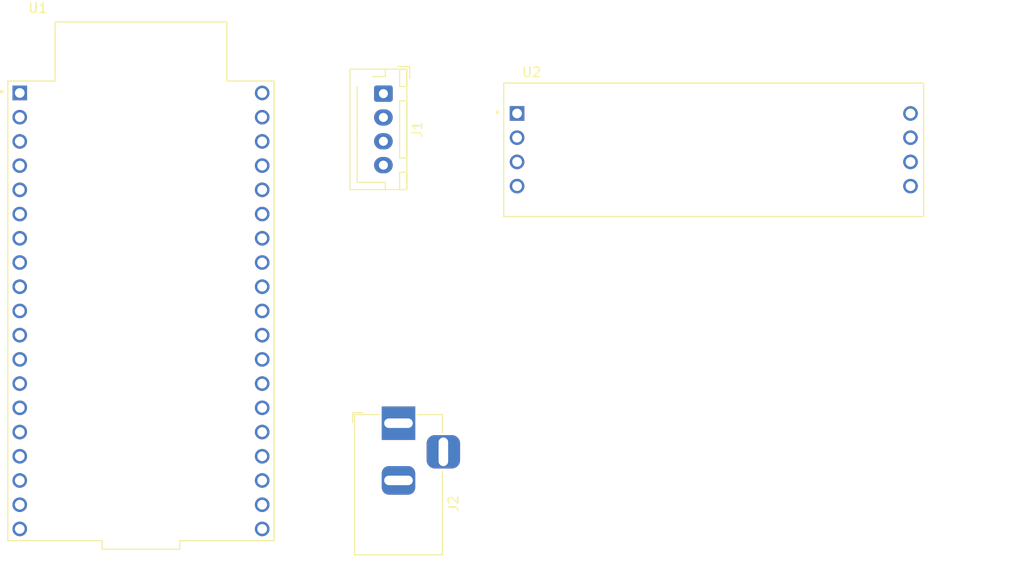
<source format=kicad_pcb>
(kicad_pcb (version 20211014) (generator pcbnew)
  (layers (0 "F.Cu" signal) (31 "B.Cu" signal) (34 "B.Paste" user) (35 "F.Paste" user) (36 "B.SilkS" user "B.Silkscreen") (37 "F.SilkS" user "F.Silkscreen") (38 "B.Mask" user) (39 "F.Mask" user) (44 "Edge.Cuts" user))
  (net 0 "")
  (net 34 "GND1")
  (net 35 "+24V")
  (net 36 "Net-(U2-Pad2)")
  (net 37 "Net-(U2-Pad3)")
  (net 38 "+5V")
  (net 39 "Net-(U1-Pad24)")
  (net 40 "Net-(U1-Pad34)")
  (net 41 "Net-(U1-Pad35)")
  (net 42 "GND2")
  (footprint "Connector_BarrelJack:BarrelJack_Horizontal" (layer "F.Cu") (at 120.9625 95.6 90)
    (fp_text reference "J2" (at -8.45 5.75 90) (layer "F.SilkS"))
    (fp_text value "Barrel_Jack")
    (fp_line (start 0.9 -4.6) (end 0.9 -2) (layer "F.SilkS") (width 0.12))
    (fp_line (start -5 4.6) (end -13.8 4.6) (layer "F.SilkS") (width 0.12))
    (fp_line (start 1.1 -3.75) (end 1.1 -4.8) (layer "F.SilkS") (width 0.12))
    (fp_line (start 0.9 1.9) (end 0.9 4.6) (layer "F.SilkS") (width 0.12))
    (fp_line (start -13.8 -4.6) (end 0.9 -4.6) (layer "F.SilkS") (width 0.12))
    (fp_line (start -13.8 4.6) (end -13.8 -4.6) (layer "F.SilkS") (width 0.12))
    (fp_line (start 0.9 4.6) (end -1 4.6) (layer "F.SilkS") (width 0.12))
    (fp_line (start 0.05 -4.8) (end 1.1 -4.8) (layer "F.SilkS") (width 0.12))
    (pad "1" thru_hole rect (at 0 0 90) (size 3.5 3.5) (drill oval 1 3) (layers *.Cu *.Mask) (net 35 "+24V"))
    (pad "2" thru_hole roundrect (at -6 0 90) (size 3 3.5) (drill oval 1 3) (layers *.Cu *.Mask) (net 34 "GND1"))
    (pad "3" thru_hole roundrect (at -3 4.7 90) (size 3.5 3.5) (drill oval 3 1) (layers *.Cu *.Mask))
  )
  (footprint "MAX485_MODULE_5V_LOGIC_TLL_TO_RS-485_CONVERTER:MODULE_MAX485_MODULE_5V_LOGIC_TLL_TO_RS-485_CONVERTER" (layer "F.Cu") (at 153.987 66.93)
    (fp_text reference "U2" (at -19.075 -8.135) (layer "F.SilkS"))
    (fp_text value "MAX485_MODULE_5V_LOGIC_TLL_TO_RS-485_CONVERTER")
    (fp_line (start -22 -7) (end 22 -7) (layer "F.SilkS") (width 0.127))
    (fp_line (start -22 7) (end -22 -7) (layer "F.SilkS") (width 0.127))
    (fp_line (start 22 7) (end -22 7) (layer "F.SilkS") (width 0.127))
    (fp_line (start 22 -7) (end 22 7) (layer "F.SilkS") (width 0.127))
    (fp_circle (center -22.632 -3.94) (end -22.532 -3.94) (layer "F.SilkS") (width 0.2) (fill none))
    (pad "1" thru_hole rect locked (at -20.6 -3.81) (size 1.53 1.53) (drill 1.02) (layers *.Cu *.Mask) (net 42 "GND2"))
    (pad "2" thru_hole circle locked (at -20.6 -1.27) (size 1.53 1.53) (drill 1.02) (layers *.Cu *.Mask) (net 36 "Net-(U2-Pad2)"))
    (pad "3" thru_hole circle locked (at -20.6 1.27) (size 1.53 1.53) (drill 1.02) (layers *.Cu *.Mask) (net 37 "Net-(U2-Pad3)"))
    (pad "4" thru_hole circle locked (at -20.6 3.81) (size 1.53 1.53) (drill 1.02) (layers *.Cu *.Mask) (net 38 "+5V"))
    (pad "5" thru_hole circle locked (at 20.62 3.81) (size 1.53 1.53) (drill 1.02) (layers *.Cu *.Mask) (net 40 "Net-(U1-Pad34)"))
    (pad "6" thru_hole circle locked (at 20.62 1.27) (size 1.53 1.53) (drill 1.02) (layers *.Cu *.Mask) (net 39 "Net-(U1-Pad24)"))
    (pad "7" thru_hole circle locked (at 20.62 -1.27) (size 1.53 1.53) (drill 1.02) (layers *.Cu *.Mask) (net 39 "Net-(U1-Pad24)"))
    (pad "8" thru_hole circle locked (at 20.62 -3.81) (size 1.53 1.53) (drill 1.02) (layers *.Cu *.Mask) (net 41 "Net-(U1-Pad35)"))
  )
  (footprint "ESP32-DEVKITC:MODULE_ESP32-DEVKITC" (layer "F.Cu") (at 93.98 83.82)
    (fp_text reference "U1" (at -10.795 -31.75) (layer "F.SilkS"))
    (fp_text value "ESP32-DEVKITC")
    (fp_line (start -9 -30.3) (end 9 -30.3) (layer "F.SilkS") (width 0.127))
    (fp_line (start 13.95 24.1) (end 13.95 -24.1) (layer "F.SilkS") (width 0.127))
    (fp_line (start -9 -24.1) (end -13.95 -24.1) (layer "F.SilkS") (width 0.127))
    (fp_line (start -4.07 25) (end 4.06 25) (layer "F.SilkS") (width 0.127))
    (fp_line (start 13.95 -24.1) (end 9 -24.1) (layer "F.SilkS") (width 0.127))
    (fp_line (start 4.06 25) (end 4.06 24.1) (layer "F.SilkS") (width 0.127))
    (fp_line (start -4.07 24.1) (end -4.07 25) (layer "F.SilkS") (width 0.127))
    (fp_line (start 9 -30.3) (end 9 -24.1) (layer "F.SilkS") (width 0.127))
    (fp_line (start -13.95 -24.1) (end -13.95 24.1) (layer "F.SilkS") (width 0.127))
    (fp_line (start -13.95 24.1) (end -4.07 24.1) (layer "F.SilkS") (width 0.127))
    (fp_line (start 4.06 24.1) (end 13.95 24.1) (layer "F.SilkS") (width 0.127))
    (fp_line (start -9 -24.1) (end -9 -30.3) (layer "F.SilkS") (width 0.127))
    (fp_circle (center -14.57 -22.97) (end -14.47 -22.97) (layer "F.SilkS") (width 0.2) (fill none))
    (pad "1" thru_hole rect locked (at -12.7 -22.85) (size 1.53 1.53) (drill 1.02) (layers *.Cu *.Mask))
    (pad "2" thru_hole circle locked (at -12.7 -20.31) (size 1.53 1.53) (drill 1.02) (layers *.Cu *.Mask))
    (pad "3" thru_hole circle locked (at -12.7 -17.77) (size 1.53 1.53) (drill 1.02) (layers *.Cu *.Mask))
    (pad "4" thru_hole circle locked (at -12.7 -15.23) (size 1.53 1.53) (drill 1.02) (layers *.Cu *.Mask))
    (pad "5" thru_hole circle locked (at -12.7 -12.69) (size 1.53 1.53) (drill 1.02) (layers *.Cu *.Mask))
    (pad "6" thru_hole circle locked (at -12.7 -10.15) (size 1.53 1.53) (drill 1.02) (layers *.Cu *.Mask))
    (pad "7" thru_hole circle locked (at -12.7 -7.61) (size 1.53 1.53) (drill 1.02) (layers *.Cu *.Mask))
    (pad "8" thru_hole circle locked (at -12.7 -5.07) (size 1.53 1.53) (drill 1.02) (layers *.Cu *.Mask))
    (pad "9" thru_hole circle locked (at -12.7 -2.53) (size 1.53 1.53) (drill 1.02) (layers *.Cu *.Mask))
    (pad "10" thru_hole circle locked (at -12.7 0.01) (size 1.53 1.53) (drill 1.02) (layers *.Cu *.Mask))
    (pad "11" thru_hole circle locked (at -12.7 2.55) (size 1.53 1.53) (drill 1.02) (layers *.Cu *.Mask))
    (pad "12" thru_hole circle locked (at -12.7 5.09) (size 1.53 1.53) (drill 1.02) (layers *.Cu *.Mask))
    (pad "13" thru_hole circle locked (at -12.7 7.63) (size 1.53 1.53) (drill 1.02) (layers *.Cu *.Mask))
    (pad "14" thru_hole circle locked (at -12.7 10.17) (size 1.53 1.53) (drill 1.02) (layers *.Cu *.Mask))
    (pad "15" thru_hole circle locked (at -12.7 12.71) (size 1.53 1.53) (drill 1.02) (layers *.Cu *.Mask))
    (pad "16" thru_hole circle locked (at -12.7 15.25) (size 1.53 1.53) (drill 1.02) (layers *.Cu *.Mask))
    (pad "17" thru_hole circle locked (at -12.7 17.79) (size 1.53 1.53) (drill 1.02) (layers *.Cu *.Mask))
    (pad "18" thru_hole circle locked (at -12.7 20.33) (size 1.53 1.53) (drill 1.02) (layers *.Cu *.Mask))
    (pad "19" thru_hole circle locked (at -12.7 22.87) (size 1.53 1.53) (drill 1.02) (layers *.Cu *.Mask) (net 38 "+5V"))
    (pad "20" thru_hole circle locked (at 12.7 22.87) (size 1.53 1.53) (drill 1.02) (layers *.Cu *.Mask))
    (pad "21" thru_hole circle locked (at 12.7 20.33) (size 1.53 1.53) (drill 1.02) (layers *.Cu *.Mask))
    (pad "22" thru_hole circle locked (at 12.7 17.79) (size 1.53 1.53) (drill 1.02) (layers *.Cu *.Mask))
    (pad "23" thru_hole circle locked (at 12.7 15.25) (size 1.53 1.53) (drill 1.02) (layers *.Cu *.Mask))
    (pad "24" thru_hole circle locked (at 12.7 12.71) (size 1.53 1.53) (drill 1.02) (layers *.Cu *.Mask) (net 39 "Net-(U1-Pad24)"))
    (pad "25" thru_hole circle locked (at 12.7 10.17) (size 1.53 1.53) (drill 1.02) (layers *.Cu *.Mask))
    (pad "26" thru_hole circle locked (at 12.7 7.63) (size 1.53 1.53) (drill 1.02) (layers *.Cu *.Mask))
    (pad "27" thru_hole circle locked (at 12.7 5.09) (size 1.53 1.53) (drill 1.02) (layers *.Cu *.Mask))
    (pad "28" thru_hole circle locked (at 12.7 2.55) (size 1.53 1.53) (drill 1.02) (layers *.Cu *.Mask))
    (pad "29" thru_hole circle locked (at 12.7 0.01) (size 1.53 1.53) (drill 1.02) (layers *.Cu *.Mask))
    (pad "30" thru_hole circle locked (at 12.7 -2.53) (size 1.53 1.53) (drill 1.02) (layers *.Cu *.Mask))
    (pad "31" thru_hole circle locked (at 12.7 -5.07) (size 1.53 1.53) (drill 1.02) (layers *.Cu *.Mask))
    (pad "32" thru_hole circle locked (at 12.7 -7.61) (size 1.53 1.53) (drill 1.02) (layers *.Cu *.Mask))
    (pad "33" thru_hole circle locked (at 12.7 -10.15) (size 1.53 1.53) (drill 1.02) (layers *.Cu *.Mask))
    (pad "34" thru_hole circle locked (at 12.7 -12.69) (size 1.53 1.53) (drill 1.02) (layers *.Cu *.Mask) (net 40 "Net-(U1-Pad34)"))
    (pad "35" thru_hole circle locked (at 12.7 -15.23) (size 1.53 1.53) (drill 1.02) (layers *.Cu *.Mask) (net 41 "Net-(U1-Pad35)"))
    (pad "36" thru_hole circle locked (at 12.7 -17.77) (size 1.53 1.53) (drill 1.02) (layers *.Cu *.Mask))
    (pad "37" thru_hole circle locked (at 12.7 -20.31) (size 1.53 1.53) (drill 1.02) (layers *.Cu *.Mask))
    (pad "38" thru_hole circle locked (at 12.7 -22.85) (size 1.53 1.53) (drill 1.02) (layers *.Cu *.Mask) (net 42 "GND2"))
  )
  (footprint "Connector_JST:JST_XH_B4B-XH-AM_1x04_P2.50mm_Vertical" (layer "F.Cu") (at 119.38 61.04 -90)
    (fp_text reference "J1" (at 3.75 -3.55 90) (layer "F.SilkS"))
    (fp_text value "QDY30A")
    (fp_line (start -2.55 -1.7) (end -0.75 -1.7) (layer "F.SilkS") (width 0.12))
    (fp_line (start 6.75 -2.45) (end 0.75 -2.45) (layer "F.SilkS") (width 0.12))
    (fp_line (start 9.3 2.75) (end 3.75 2.75) (layer "F.SilkS") (width 0.12))
    (fp_line (start -0.75 -1.7) (end -0.75 -2.45) (layer "F.SilkS") (width 0.12))
    (fp_line (start 8.25 -1.7) (end 10.05 -1.7) (layer "F.SilkS") (width 0.12))
    (fp_line (start 10.05 -0.2) (end 9.3 -0.2) (layer "F.SilkS") (width 0.12))
    (fp_line (start -2.85 -2.75) (end -2.85 -1.5) (layer "F.SilkS") (width 0.12))
    (fp_line (start 6.75 -1.7) (end 6.75 -2.45) (layer "F.SilkS") (width 0.12))
    (fp_line (start 0.75 -2.45) (end 0.75 -1.7) (layer "F.SilkS") (width 0.12))
    (fp_line (start 0.75 -1.7) (end 6.75 -1.7) (layer "F.SilkS") (width 0.12))
    (fp_line (start 3.75 2.75) (end -0.74 2.75) (layer "F.SilkS") (width 0.12))
    (fp_line (start 10.06 3.51) (end 10.06 -2.46) (layer "F.SilkS") (width 0.12))
    (fp_line (start -2.55 -2.45) (end -2.55 -1.7) (layer "F.SilkS") (width 0.12))
    (fp_line (start 8.25 -2.45) (end 8.25 -1.7) (layer "F.SilkS") (width 0.12))
    (fp_line (start -2.56 -2.46) (end -2.56 3.51) (layer "F.SilkS") (width 0.12))
    (fp_line (start -1.8 -0.2) (end -1.8 1.14) (layer "F.SilkS") (width 0.12))
    (fp_line (start 10.05 -1.7) (end 10.05 -2.45) (layer "F.SilkS") (width 0.12))
    (fp_line (start 9.3 -0.2) (end 9.3 2.75) (layer "F.SilkS") (width 0.12))
    (fp_line (start 10.06 -2.46) (end -2.56 -2.46) (layer "F.SilkS") (width 0.12))
    (fp_line (start 10.05 -2.45) (end 8.25 -2.45) (layer "F.SilkS") (width 0.12))
    (fp_line (start -2.55 -0.2) (end -1.8 -0.2) (layer "F.SilkS") (width 0.12))
    (fp_line (start -2.56 3.51) (end 10.06 3.51) (layer "F.SilkS") (width 0.12))
    (fp_line (start -1.6 -2.75) (end -2.85 -2.75) (layer "F.SilkS") (width 0.12))
    (fp_line (start -0.75 -2.45) (end -2.55 -2.45) (layer "F.SilkS") (width 0.12))
    (pad "" np_thru_hole circle (at -1.6 2 270) (size 1.2 1.2) (drill 1.2) (layers *.Cu *.Mask))
    (pad "1" thru_hole roundrect (at 0 0 270) (size 1.7 1.95) (drill 0.95) (layers *.Cu *.Mask) (roundrect_rratio 0.147059) (net 34 "GND1"))
    (pad "2" thru_hole oval (at 2.5 0 270) (size 1.7 1.95) (drill 0.95) (layers *.Cu *.Mask) (net 35 "+24V"))
    (pad "3" thru_hole oval (at 5 0 270) (size 1.7 1.95) (drill 0.95) (layers *.Cu *.Mask) (net 36 "Net-(U2-Pad2)"))
    (pad "4" thru_hole oval (at 7.5 0 270) (size 1.7 1.95) (drill 0.95) (layers *.Cu *.Mask) (net 37 "Net-(U2-Pad3)"))
  )
)
</source>
